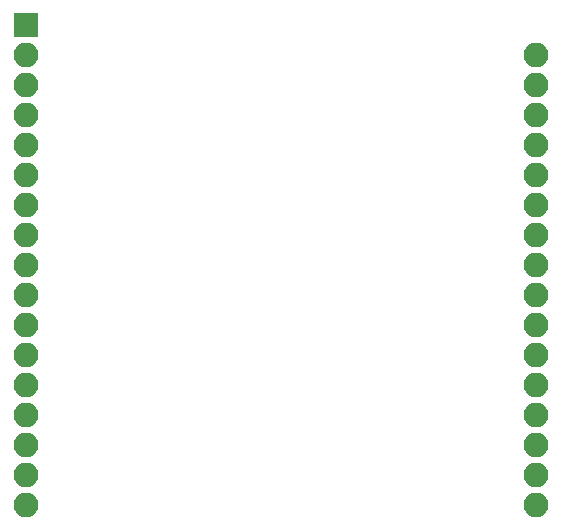
<source format=gbs>
G04 #@! TF.FileFunction,Soldermask,Bot*
%FSLAX46Y46*%
G04 Gerber Fmt 4.6, Leading zero omitted, Abs format (unit mm)*
G04 Created by KiCad (PCBNEW 4.0.6-e0-6349~52~ubuntu16.10.1) date Sun Apr 30 13:43:17 2017*
%MOMM*%
%LPD*%
G01*
G04 APERTURE LIST*
%ADD10C,0.100000*%
%ADD11R,2.100000X2.100000*%
%ADD12O,2.100000X2.100000*%
G04 APERTURE END LIST*
D10*
D11*
X149860000Y-71120000D03*
D12*
X149860000Y-73660000D03*
X149860000Y-76200000D03*
X149860000Y-78740000D03*
X149860000Y-81280000D03*
X149860000Y-83820000D03*
X149860000Y-86360000D03*
X149860000Y-88900000D03*
X149860000Y-91440000D03*
X149860000Y-93980000D03*
X149860000Y-96520000D03*
X149860000Y-99060000D03*
X149860000Y-101600000D03*
X149860000Y-104140000D03*
X149860000Y-106680000D03*
X149860000Y-109220000D03*
X149860000Y-111760000D03*
X193040000Y-73660000D03*
X193040000Y-76200000D03*
X193040000Y-78740000D03*
X193040000Y-81280000D03*
X193040000Y-83820000D03*
X193040000Y-86360000D03*
X193040000Y-88900000D03*
X193040000Y-91440000D03*
X193040000Y-93980000D03*
X193040000Y-96520000D03*
X193040000Y-99060000D03*
X193040000Y-101600000D03*
X193040000Y-104140000D03*
X193040000Y-106680000D03*
X193040000Y-109220000D03*
X193040000Y-111760000D03*
M02*

</source>
